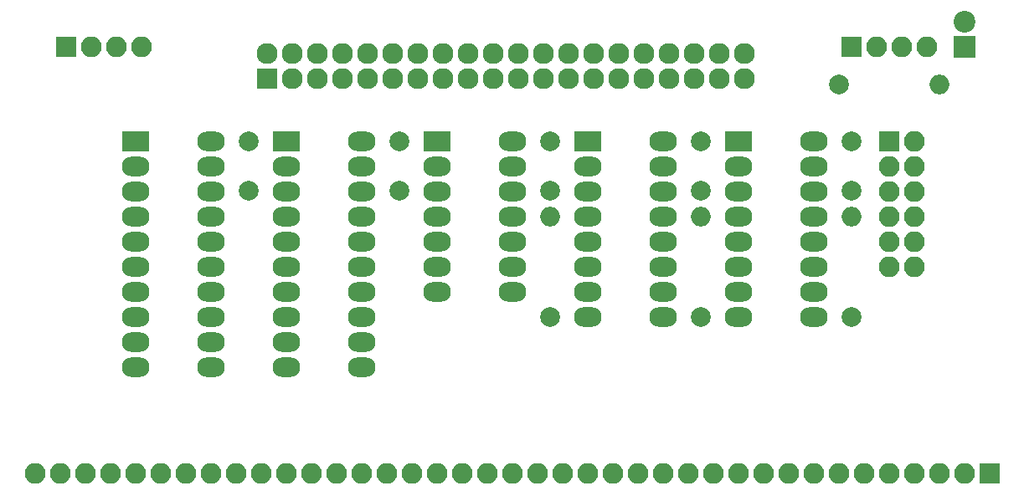
<source format=gbs>
G04 #@! TF.FileFunction,Soldermask,Bot*
%FSLAX46Y46*%
G04 Gerber Fmt 4.6, Leading zero omitted, Abs format (unit mm)*
G04 Created by KiCad (PCBNEW 4.0.7) date 01/25/20 16:01:31*
%MOMM*%
%LPD*%
G01*
G04 APERTURE LIST*
%ADD10C,0.100000*%
%ADD11R,2.100000X2.100000*%
%ADD12O,2.100000X2.100000*%
%ADD13C,2.000000*%
%ADD14O,2.000000X2.000000*%
%ADD15R,2.800000X2.000000*%
%ADD16O,2.800000X2.000000*%
%ADD17R,2.127200X2.127200*%
%ADD18O,2.127200X2.127200*%
%ADD19R,2.200000X2.200000*%
%ADD20C,2.200000*%
G04 APERTURE END LIST*
D10*
D11*
X193040000Y-147320000D03*
D12*
X190500000Y-147320000D03*
X187960000Y-147320000D03*
X185420000Y-147320000D03*
X182880000Y-147320000D03*
X180340000Y-147320000D03*
X177800000Y-147320000D03*
X175260000Y-147320000D03*
X172720000Y-147320000D03*
X170180000Y-147320000D03*
X167640000Y-147320000D03*
X165100000Y-147320000D03*
X162560000Y-147320000D03*
X160020000Y-147320000D03*
X157480000Y-147320000D03*
X154940000Y-147320000D03*
X152400000Y-147320000D03*
X149860000Y-147320000D03*
X147320000Y-147320000D03*
X144780000Y-147320000D03*
X142240000Y-147320000D03*
X139700000Y-147320000D03*
X137160000Y-147320000D03*
X134620000Y-147320000D03*
X132080000Y-147320000D03*
X129540000Y-147320000D03*
X127000000Y-147320000D03*
X124460000Y-147320000D03*
X121920000Y-147320000D03*
X119380000Y-147320000D03*
X116840000Y-147320000D03*
X114300000Y-147320000D03*
X111760000Y-147320000D03*
X109220000Y-147320000D03*
X106680000Y-147320000D03*
X104140000Y-147320000D03*
X101600000Y-147320000D03*
X99060000Y-147320000D03*
X96520000Y-147320000D03*
D11*
X182880000Y-113665000D03*
D12*
X185420000Y-113665000D03*
X182880000Y-116205000D03*
X185420000Y-116205000D03*
X182880000Y-118745000D03*
X185420000Y-118745000D03*
X182880000Y-121285000D03*
X185420000Y-121285000D03*
X182880000Y-123825000D03*
X185420000Y-123825000D03*
X182880000Y-126365000D03*
X185420000Y-126365000D03*
D13*
X148590000Y-113665000D03*
X148590000Y-118665000D03*
X179070000Y-113665000D03*
X179070000Y-118665000D03*
X118110000Y-113665000D03*
X118110000Y-118665000D03*
X148590000Y-131445000D03*
D14*
X148590000Y-121285000D03*
D13*
X179070000Y-131445000D03*
D14*
X179070000Y-121285000D03*
D13*
X163830000Y-131445000D03*
D14*
X163830000Y-121285000D03*
D13*
X177800000Y-107950000D03*
D14*
X187960000Y-107950000D03*
D15*
X137160000Y-113665000D03*
D16*
X144780000Y-128905000D03*
X137160000Y-116205000D03*
X144780000Y-126365000D03*
X137160000Y-118745000D03*
X144780000Y-123825000D03*
X137160000Y-121285000D03*
X144780000Y-121285000D03*
X137160000Y-123825000D03*
X144780000Y-118745000D03*
X137160000Y-126365000D03*
X144780000Y-116205000D03*
X137160000Y-128905000D03*
X144780000Y-113665000D03*
D17*
X120015000Y-107315000D03*
D18*
X120015000Y-104775000D03*
X122555000Y-107315000D03*
X122555000Y-104775000D03*
X125095000Y-107315000D03*
X125095000Y-104775000D03*
X127635000Y-107315000D03*
X127635000Y-104775000D03*
X130175000Y-107315000D03*
X130175000Y-104775000D03*
X132715000Y-107315000D03*
X132715000Y-104775000D03*
X135255000Y-107315000D03*
X135255000Y-104775000D03*
X137795000Y-107315000D03*
X137795000Y-104775000D03*
X140335000Y-107315000D03*
X140335000Y-104775000D03*
X142875000Y-107315000D03*
X142875000Y-104775000D03*
X145415000Y-107315000D03*
X145415000Y-104775000D03*
X147955000Y-107315000D03*
X147955000Y-104775000D03*
X150495000Y-107315000D03*
X150495000Y-104775000D03*
X153035000Y-107315000D03*
X153035000Y-104775000D03*
X155575000Y-107315000D03*
X155575000Y-104775000D03*
X158115000Y-107315000D03*
X158115000Y-104775000D03*
X160655000Y-107315000D03*
X160655000Y-104775000D03*
X163195000Y-107315000D03*
X163195000Y-104775000D03*
X165735000Y-107315000D03*
X165735000Y-104775000D03*
X168275000Y-107315000D03*
X168275000Y-104775000D03*
D11*
X99695000Y-104140000D03*
D12*
X102235000Y-104140000D03*
X104775000Y-104140000D03*
X107315000Y-104140000D03*
D11*
X179070000Y-104140000D03*
D12*
X181610000Y-104140000D03*
X184150000Y-104140000D03*
X186690000Y-104140000D03*
D19*
X190500000Y-104140000D03*
D20*
X190500000Y-101600000D03*
D13*
X163830000Y-113665000D03*
X163830000Y-118665000D03*
X133350000Y-113665000D03*
X133350000Y-118665000D03*
D15*
X106680000Y-113665000D03*
D16*
X114300000Y-136525000D03*
X106680000Y-116205000D03*
X114300000Y-133985000D03*
X106680000Y-118745000D03*
X114300000Y-131445000D03*
X106680000Y-121285000D03*
X114300000Y-128905000D03*
X106680000Y-123825000D03*
X114300000Y-126365000D03*
X106680000Y-126365000D03*
X114300000Y-123825000D03*
X106680000Y-128905000D03*
X114300000Y-121285000D03*
X106680000Y-131445000D03*
X114300000Y-118745000D03*
X106680000Y-133985000D03*
X114300000Y-116205000D03*
X106680000Y-136525000D03*
X114300000Y-113665000D03*
D15*
X121920000Y-113665000D03*
D16*
X129540000Y-136525000D03*
X121920000Y-116205000D03*
X129540000Y-133985000D03*
X121920000Y-118745000D03*
X129540000Y-131445000D03*
X121920000Y-121285000D03*
X129540000Y-128905000D03*
X121920000Y-123825000D03*
X129540000Y-126365000D03*
X121920000Y-126365000D03*
X129540000Y-123825000D03*
X121920000Y-128905000D03*
X129540000Y-121285000D03*
X121920000Y-131445000D03*
X129540000Y-118745000D03*
X121920000Y-133985000D03*
X129540000Y-116205000D03*
X121920000Y-136525000D03*
X129540000Y-113665000D03*
D15*
X167640000Y-113665000D03*
D16*
X175260000Y-131445000D03*
X167640000Y-116205000D03*
X175260000Y-128905000D03*
X167640000Y-118745000D03*
X175260000Y-126365000D03*
X167640000Y-121285000D03*
X175260000Y-123825000D03*
X167640000Y-123825000D03*
X175260000Y-121285000D03*
X167640000Y-126365000D03*
X175260000Y-118745000D03*
X167640000Y-128905000D03*
X175260000Y-116205000D03*
X167640000Y-131445000D03*
X175260000Y-113665000D03*
D15*
X152400000Y-113665000D03*
D16*
X160020000Y-131445000D03*
X152400000Y-116205000D03*
X160020000Y-128905000D03*
X152400000Y-118745000D03*
X160020000Y-126365000D03*
X152400000Y-121285000D03*
X160020000Y-123825000D03*
X152400000Y-123825000D03*
X160020000Y-121285000D03*
X152400000Y-126365000D03*
X160020000Y-118745000D03*
X152400000Y-128905000D03*
X160020000Y-116205000D03*
X152400000Y-131445000D03*
X160020000Y-113665000D03*
M02*

</source>
